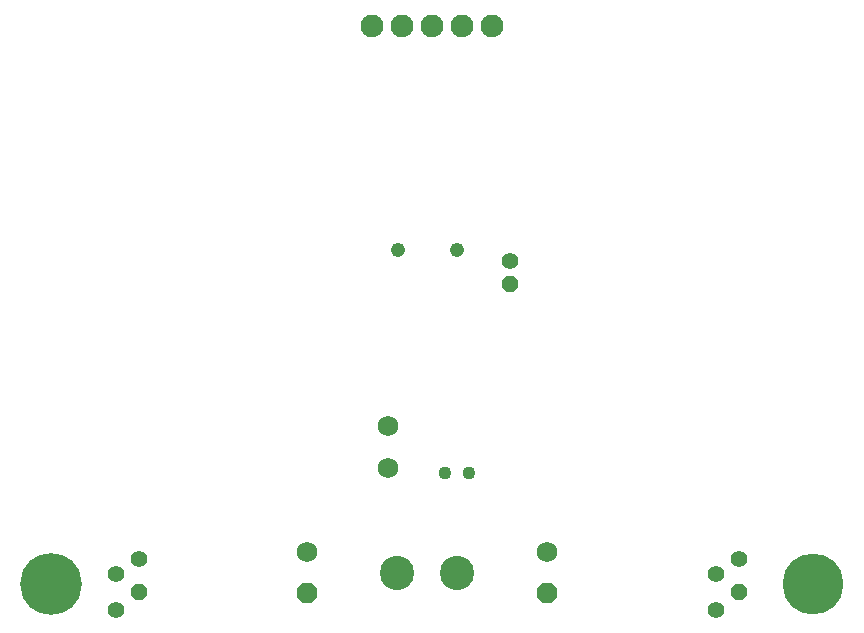
<source format=gbs>
G75*
%MOIN*%
%OFA0B0*%
%FSLAX24Y24*%
%IPPOS*%
%LPD*%
%AMOC8*
5,1,8,0,0,1.08239X$1,22.5*
%
%ADD10C,0.2060*%
%ADD11C,0.2029*%
%ADD12OC8,0.0560*%
%ADD13C,0.0560*%
%ADD14OC8,0.0690*%
%ADD15C,0.0690*%
%ADD16C,0.0760*%
%ADD17C,0.1143*%
%ADD18C,0.0436*%
%ADD19C,0.0476*%
D10*
X001626Y001975D03*
D11*
X027020Y001975D03*
D12*
X024531Y001725D03*
X016900Y011961D03*
X004531Y001725D03*
D13*
X003769Y002325D03*
X004531Y002825D03*
X003769Y001125D03*
X016900Y012748D03*
X024531Y002825D03*
X023769Y002325D03*
X023769Y001125D03*
D14*
X018150Y001666D03*
X010150Y001666D03*
D15*
X010150Y003044D03*
X012838Y005852D03*
X012838Y007230D03*
X018150Y003044D03*
D16*
X016323Y020577D03*
X015323Y020577D03*
X014323Y020577D03*
X013323Y020577D03*
X012323Y020577D03*
D17*
X013150Y002355D03*
X015150Y002355D03*
D18*
X014756Y005667D03*
X015544Y005667D03*
D19*
X015134Y013105D03*
X013166Y013105D03*
M02*

</source>
